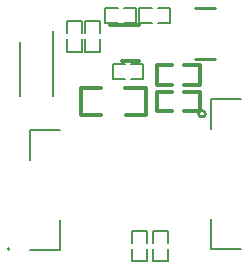
<source format=gto>
G04*
G04 #@! TF.GenerationSoftware,Altium Limited,Altium Designer,25.8.1 (18)*
G04*
G04 Layer_Color=65535*
%FSLAX44Y44*%
%MOMM*%
G71*
G04*
G04 #@! TF.SameCoordinates,25FCF4F7-ABCC-4757-B9A5-3A53D095655E*
G04*
G04*
G04 #@! TF.FilePolarity,Positive*
G04*
G01*
G75*
%ADD10C,0.2540*%
%ADD11C,0.2000*%
%ADD12C,0.3000*%
%ADD13C,0.3048*%
D10*
X177828Y144500D02*
G03*
X177828Y144500I-2828J0D01*
G01*
X169250Y234500D02*
X185750D01*
X169250Y190500D02*
X185750D01*
D11*
X11988Y29962D02*
G03*
X11988Y29962I-1000J0D01*
G01*
X183010Y30330D02*
Y55730D01*
Y30330D02*
X208410D01*
X183010Y157330D02*
X208410D01*
X183010Y131930D02*
Y157330D01*
X108539Y221649D02*
X118953D01*
Y221903D02*
Y234349D01*
X93045D02*
X103459D01*
X93045Y221649D02*
X103459D01*
X93045D02*
Y234349D01*
X108539D02*
X118953D01*
X88851Y212539D02*
Y222953D01*
X76151D02*
X88597D01*
X76151Y197045D02*
Y207459D01*
X88851Y197045D02*
Y207459D01*
X76151Y197045D02*
X88851D01*
X76151Y212539D02*
Y222953D01*
X73350Y197046D02*
Y207460D01*
X60650Y222954D02*
X73350D01*
X60650Y212540D02*
Y222954D01*
X73350Y212540D02*
Y222954D01*
X60904Y197046D02*
X73350D01*
X60650D02*
Y207460D01*
X99546Y174150D02*
X109960D01*
X125454D02*
Y186850D01*
X115040D02*
X125454D01*
X115040Y174150D02*
X125454D01*
X99546D02*
Y186596D01*
Y186850D02*
X109960D01*
X122046Y221650D02*
X132460D01*
X147954D02*
Y234350D01*
X137540D02*
X147954D01*
X137540Y221650D02*
X147954D01*
X122046D02*
Y234096D01*
Y234350D02*
X132460D01*
X20800Y159500D02*
Y205500D01*
X49200Y159500D02*
Y214500D01*
X55160Y29380D02*
Y54780D01*
X29760Y29380D02*
X55160D01*
X29760Y130980D02*
X55160D01*
X29760Y105580D02*
Y130980D01*
X146349Y19547D02*
Y29961D01*
X133649Y45455D02*
X146349D01*
X133649Y35041D02*
Y45455D01*
X146349Y35041D02*
Y45455D01*
X133903Y19547D02*
X146349D01*
X133649D02*
Y29961D01*
X128849Y19547D02*
Y29961D01*
X116149Y45455D02*
X128849D01*
X116149Y35041D02*
Y45455D01*
X128849Y35041D02*
Y45455D01*
X116403Y19547D02*
X128849D01*
X116149D02*
Y29961D01*
D12*
X107000Y189500D02*
X122000D01*
X97500Y219500D02*
X122000D01*
D13*
X109907Y166177D02*
X127179D01*
Y143825D02*
Y166177D01*
X110415Y143825D02*
X127052D01*
X72696Y166177D02*
X89333D01*
X72569Y143825D02*
Y166177D01*
Y143825D02*
X89841D01*
X160080Y146618D02*
X173034D01*
X160080Y163382D02*
X173034D01*
X136966D02*
X149920D01*
X136966Y146618D02*
X149920D01*
X173034D02*
Y163382D01*
X136966Y146618D02*
Y163382D01*
X160080Y169118D02*
X173034D01*
X160080Y185882D02*
X173034D01*
X136966D02*
X149920D01*
X136966Y169118D02*
X149920D01*
X173034D02*
Y185882D01*
X136966Y169118D02*
Y185882D01*
M02*

</source>
